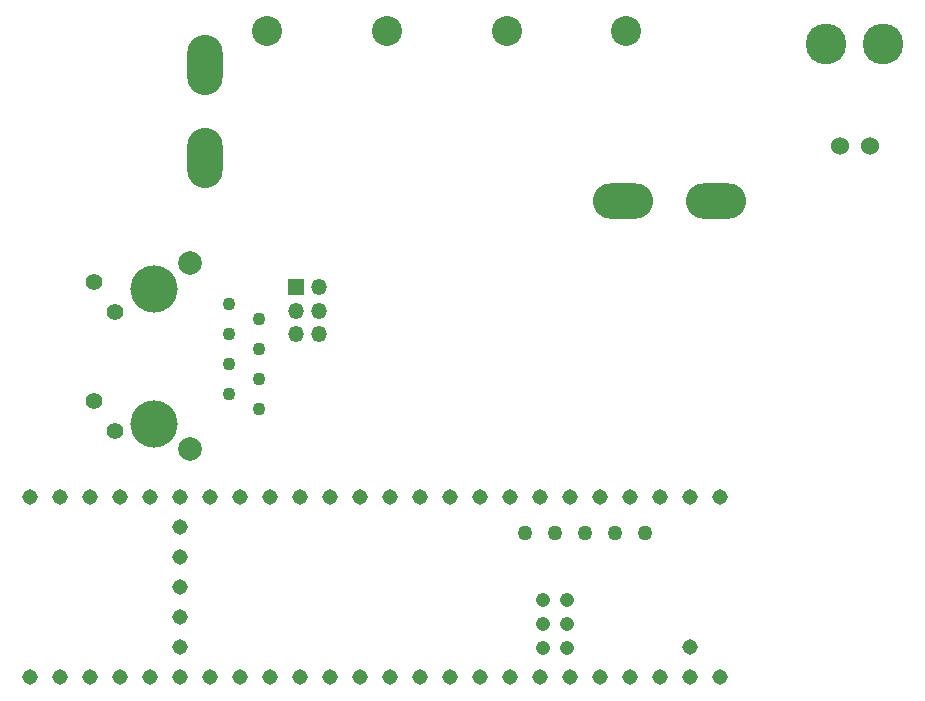
<source format=gbs>
G04 #@! TF.GenerationSoftware,KiCad,Pcbnew,(6.0.7)*
G04 #@! TF.CreationDate,2022-11-19T15:20:26-06:00*
G04 #@! TF.ProjectId,2022-2023MultimediaBoard,32303232-2d32-4303-9233-4d756c74696d,rev?*
G04 #@! TF.SameCoordinates,Original*
G04 #@! TF.FileFunction,Soldermask,Bot*
G04 #@! TF.FilePolarity,Negative*
%FSLAX46Y46*%
G04 Gerber Fmt 4.6, Leading zero omitted, Abs format (unit mm)*
G04 Created by KiCad (PCBNEW (6.0.7)) date 2022-11-19 15:20:26*
%MOMM*%
%LPD*%
G01*
G04 APERTURE LIST*
%ADD10C,3.450000*%
%ADD11C,1.524000*%
%ADD12O,5.100000X3.000000*%
%ADD13C,1.100000*%
%ADD14C,1.400000*%
%ADD15C,4.000000*%
%ADD16C,2.000000*%
%ADD17R,1.350000X1.350000*%
%ADD18O,1.350000X1.350000*%
%ADD19C,1.308000*%
%ADD20C,1.258000*%
%ADD21C,1.208000*%
%ADD22C,2.540000*%
%ADD23O,3.000000X5.100000*%
G04 APERTURE END LIST*
D10*
X130427130Y-44404000D03*
X125599130Y-44400000D03*
D11*
X126744130Y-53040000D03*
X129284130Y-53040000D03*
D12*
X116317854Y-57679367D03*
X108443854Y-57679367D03*
D13*
X75042585Y-66379197D03*
X77582585Y-67649197D03*
X75042585Y-68919197D03*
X77582585Y-70189197D03*
X75042585Y-71459197D03*
X77582585Y-72729197D03*
X75042585Y-73999197D03*
X77582585Y-75269197D03*
D14*
X63612585Y-64499197D03*
X65402585Y-67039197D03*
X63612585Y-74609197D03*
X65402585Y-77149197D03*
D15*
X68692585Y-65109197D03*
X68692585Y-76539197D03*
D16*
X71742585Y-78699197D03*
X71742585Y-62949197D03*
D17*
X80704059Y-64962801D03*
D18*
X82704059Y-64962801D03*
X80704059Y-66962801D03*
X82704059Y-66962801D03*
X80704059Y-68962801D03*
X82704059Y-68962801D03*
D19*
X114058500Y-82689500D03*
X111518500Y-82689500D03*
X108978500Y-82689500D03*
X106438500Y-82689500D03*
X81038500Y-82689500D03*
X111518500Y-97929500D03*
X70878500Y-87769500D03*
X103898500Y-82689500D03*
X101358500Y-82689500D03*
D20*
X110248500Y-85739500D03*
D19*
X98818500Y-82689500D03*
X96278500Y-82689500D03*
X93738500Y-82689500D03*
X91198500Y-82689500D03*
X88658500Y-82689500D03*
X86118500Y-82689500D03*
X83578500Y-82689500D03*
X83578500Y-97929500D03*
X86118500Y-97929500D03*
X88658500Y-97929500D03*
X91198500Y-97929500D03*
X93738500Y-97929500D03*
X96278500Y-97929500D03*
X98818500Y-97929500D03*
X101358500Y-97929500D03*
X103898500Y-97929500D03*
X106438500Y-97929500D03*
X108978500Y-97929500D03*
X78498500Y-82689500D03*
X75958500Y-82689500D03*
X73418500Y-82689500D03*
X70878500Y-82689500D03*
X68338500Y-82689500D03*
X65798500Y-82689500D03*
X63258500Y-82689500D03*
X60718500Y-82689500D03*
X58178500Y-82689500D03*
X58178500Y-97929500D03*
X60718500Y-97929500D03*
X63258500Y-97929500D03*
X65798500Y-97929500D03*
X68338500Y-97929500D03*
X70878500Y-97929500D03*
X73418500Y-97929500D03*
X75958500Y-97929500D03*
X78498500Y-97929500D03*
D20*
X105168500Y-85739500D03*
X107708500Y-85739500D03*
D19*
X116598500Y-82689500D03*
X81038500Y-97929500D03*
X114058500Y-97929500D03*
X70878500Y-90309500D03*
D21*
X101628500Y-93479500D03*
X103628500Y-93479500D03*
D19*
X70878500Y-95389500D03*
X70878500Y-92849500D03*
D21*
X103628500Y-95479500D03*
X101628500Y-95479500D03*
X101628500Y-91479500D03*
X103628500Y-91479500D03*
D20*
X102628500Y-85739500D03*
X100088500Y-85739500D03*
D19*
X70878500Y-85229500D03*
X116598500Y-97929500D03*
X114058500Y-95389500D03*
D22*
X78232000Y-43277000D03*
X88392000Y-43277000D03*
X98552000Y-43277000D03*
X108691999Y-43277000D03*
D23*
X73027400Y-54056000D03*
X73027400Y-46182000D03*
M02*

</source>
